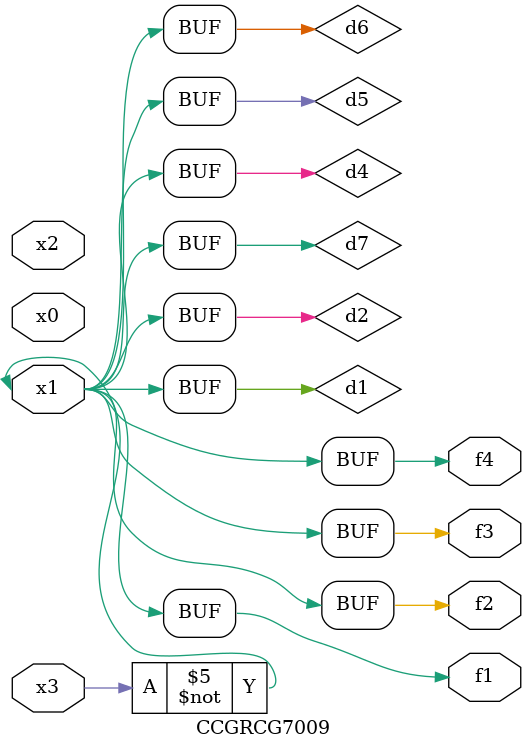
<source format=v>
module CCGRCG7009(
	input x0, x1, x2, x3,
	output f1, f2, f3, f4
);

	wire d1, d2, d3, d4, d5, d6, d7;

	not (d1, x3);
	buf (d2, x1);
	xnor (d3, d1, d2);
	nor (d4, d1);
	buf (d5, d1, d2);
	buf (d6, d4, d5);
	nand (d7, d4);
	assign f1 = d6;
	assign f2 = d7;
	assign f3 = d6;
	assign f4 = d6;
endmodule

</source>
